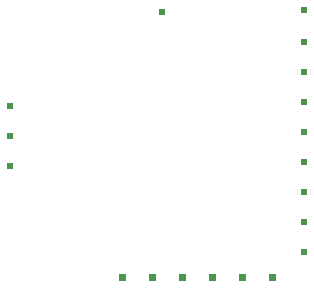
<source format=gbr>
G04 DipTrace 2.4.0.2*
%INBottomAssy.gbr*%
%MOMM*%
%FSLAX53Y53*%
G04*
G71*
G90*
G75*
G01*
%LNBotAssy*%
%LPD*%
G36*
X26434Y42453D2*
X26942D1*
Y42961D1*
X26434D1*
Y42453D1*
G37*
G36*
Y39913D2*
X26942D1*
Y40420D1*
X26434D1*
Y39913D1*
G37*
G36*
Y37372D2*
X26942D1*
Y37881D1*
X26434D1*
Y37372D1*
G37*
G36*
X51267Y45387D2*
X51775D1*
Y45895D1*
X51267D1*
Y45387D1*
G37*
G36*
Y42847D2*
X51775D1*
Y43355D1*
X51267D1*
Y42847D1*
G37*
G36*
Y40307D2*
X51775D1*
Y40815D1*
X51267D1*
Y40307D1*
G37*
G36*
Y37767D2*
X51775D1*
Y38275D1*
X51267D1*
Y37767D1*
G37*
G36*
Y35227D2*
X51775D1*
Y35735D1*
X51267D1*
Y35227D1*
G37*
G36*
Y32687D2*
X51775D1*
Y33195D1*
X51267D1*
Y32687D1*
G37*
G36*
Y30147D2*
X51775D1*
Y30655D1*
X51267D1*
Y30147D1*
G37*
G36*
Y47927D2*
X51775D1*
Y48435D1*
X51267D1*
Y47927D1*
G37*
G36*
X51767Y50613D2*
X51259D1*
Y51121D1*
X51767D1*
Y50613D1*
G37*
G36*
X39796Y50433D2*
X39288D1*
Y50941D1*
X39796D1*
Y50433D1*
G37*
G36*
X49184Y27896D2*
X48600D1*
Y28480D1*
X49184D1*
Y27896D1*
G37*
G36*
X46645D2*
X46060D1*
Y28480D1*
X46645D1*
Y27896D1*
G37*
G36*
X44105D2*
X43521D1*
Y28480D1*
X44105D1*
Y27896D1*
G37*
G36*
X41564D2*
X40980D1*
Y28480D1*
X41564D1*
Y27896D1*
G37*
G36*
X39025D2*
X38440D1*
Y28480D1*
X39025D1*
Y27896D1*
G37*
G36*
X36485D2*
X35901D1*
Y28480D1*
X36485D1*
Y27896D1*
G37*
M02*

</source>
